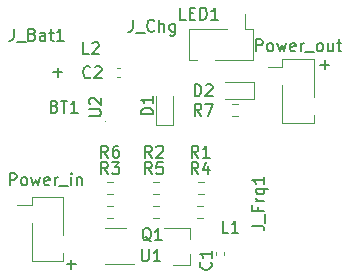
<source format=gto>
%TF.GenerationSoftware,KiCad,Pcbnew,5.1.10*%
%TF.CreationDate,2021-08-11T21:48:22+02:00*%
%TF.ProjectId,LiPo_Wireless,4c69506f-5f57-4697-9265-6c6573732e6b,rev?*%
%TF.SameCoordinates,Original*%
%TF.FileFunction,Legend,Top*%
%TF.FilePolarity,Positive*%
%FSLAX46Y46*%
G04 Gerber Fmt 4.6, Leading zero omitted, Abs format (unit mm)*
G04 Created by KiCad (PCBNEW 5.1.10) date 2021-08-11 21:48:22*
%MOMM*%
%LPD*%
G01*
G04 APERTURE LIST*
%ADD10C,0.150000*%
%ADD11C,0.120000*%
G04 APERTURE END LIST*
D10*
X69596047Y-124150428D02*
X70357952Y-124150428D01*
X69977000Y-124531380D02*
X69977000Y-123769476D01*
X91059047Y-107259428D02*
X91820952Y-107259428D01*
X91440000Y-107640380D02*
X91440000Y-106878476D01*
X68453047Y-107894428D02*
X69214952Y-107894428D01*
X68834000Y-108275380D02*
X68834000Y-107513476D01*
D11*
%TO.C,C1*%
X82910000Y-123365335D02*
X82910000Y-123133665D01*
X82190000Y-123365335D02*
X82190000Y-123133665D01*
%TO.C,C2*%
X73865665Y-107590000D02*
X74097335Y-107590000D01*
X73865665Y-108310000D02*
X74097335Y-108310000D01*
%TO.C,D1*%
X78586000Y-112390000D02*
X78586000Y-109930000D01*
X77116000Y-112390000D02*
X78586000Y-112390000D01*
X77116000Y-109930000D02*
X77116000Y-112390000D01*
%TO.C,D2*%
X83006000Y-110209000D02*
X85466000Y-110209000D01*
X85466000Y-110209000D02*
X85466000Y-108739000D01*
X85466000Y-108739000D02*
X83006000Y-108739000D01*
%TO.C,Power_in*%
X66616000Y-118458000D02*
X69276000Y-118458000D01*
X69276000Y-118458000D02*
X69276000Y-121668000D01*
X69276000Y-123188000D02*
X69276000Y-123858000D01*
X66616000Y-123858000D02*
X69276000Y-123858000D01*
X66616000Y-118458000D02*
X66616000Y-119128000D01*
X66616000Y-120648000D02*
X66616000Y-123858000D01*
X65406000Y-119128000D02*
X66616000Y-119128000D01*
%TO.C,Power_out*%
X86615000Y-107444000D02*
X87825000Y-107444000D01*
X87825000Y-108964000D02*
X87825000Y-112174000D01*
X87825000Y-106774000D02*
X87825000Y-107444000D01*
X87825000Y-112174000D02*
X90485000Y-112174000D01*
X90485000Y-111504000D02*
X90485000Y-112174000D01*
X90485000Y-106774000D02*
X90485000Y-109984000D01*
X87825000Y-106774000D02*
X90485000Y-106774000D01*
%TO.C,Q1*%
X80024000Y-124262000D02*
X78564000Y-124262000D01*
X80024000Y-121102000D02*
X77864000Y-121102000D01*
X80024000Y-121102000D02*
X80024000Y-122032000D01*
X80024000Y-124262000D02*
X80024000Y-123332000D01*
%TO.C,R1*%
X81177224Y-117206500D02*
X80667776Y-117206500D01*
X81177224Y-118251500D02*
X80667776Y-118251500D01*
%TO.C,R2*%
X77367224Y-118251500D02*
X76857776Y-118251500D01*
X77367224Y-117206500D02*
X76857776Y-117206500D01*
%TO.C,R3*%
X73510224Y-120283500D02*
X73000776Y-120283500D01*
X73510224Y-119238500D02*
X73000776Y-119238500D01*
%TO.C,R4*%
X81153724Y-120283500D02*
X80644276Y-120283500D01*
X81153724Y-119238500D02*
X80644276Y-119238500D01*
%TO.C,R5*%
X77367224Y-119238500D02*
X76857776Y-119238500D01*
X77367224Y-120283500D02*
X76857776Y-120283500D01*
%TO.C,R6*%
X73510224Y-117206500D02*
X73000776Y-117206500D01*
X73510224Y-118251500D02*
X73000776Y-118251500D01*
%TO.C,R7*%
X84051224Y-110602500D02*
X83541776Y-110602500D01*
X84051224Y-111647500D02*
X83541776Y-111647500D01*
%TO.C,U1*%
X72867000Y-124131000D02*
X75297000Y-124131000D01*
X74627000Y-121061000D02*
X72867000Y-121061000D01*
%TO.C,U2*%
X72841000Y-112071000D02*
X72831000Y-112071000D01*
%TO.C,LED1*%
X84707000Y-102997000D02*
X84707000Y-104207000D01*
X83187000Y-104207000D02*
X79977000Y-104207000D01*
X85377000Y-104207000D02*
X84707000Y-104207000D01*
X79977000Y-104207000D02*
X79977000Y-106867000D01*
X80647000Y-106867000D02*
X79977000Y-106867000D01*
X85377000Y-106867000D02*
X82167000Y-106867000D01*
X85377000Y-104207000D02*
X85377000Y-106867000D01*
%TO.C,BT1*%
D10*
X68556285Y-110799571D02*
X68699142Y-110847190D01*
X68746761Y-110894809D01*
X68794380Y-110990047D01*
X68794380Y-111132904D01*
X68746761Y-111228142D01*
X68699142Y-111275761D01*
X68603904Y-111323380D01*
X68222952Y-111323380D01*
X68222952Y-110323380D01*
X68556285Y-110323380D01*
X68651523Y-110371000D01*
X68699142Y-110418619D01*
X68746761Y-110513857D01*
X68746761Y-110609095D01*
X68699142Y-110704333D01*
X68651523Y-110751952D01*
X68556285Y-110799571D01*
X68222952Y-110799571D01*
X69080095Y-110323380D02*
X69651523Y-110323380D01*
X69365809Y-111323380D02*
X69365809Y-110323380D01*
X70508666Y-111323380D02*
X69937238Y-111323380D01*
X70222952Y-111323380D02*
X70222952Y-110323380D01*
X70127714Y-110466238D01*
X70032476Y-110561476D01*
X69937238Y-110609095D01*
%TO.C,C1*%
X81764142Y-123991666D02*
X81811761Y-124039285D01*
X81859380Y-124182142D01*
X81859380Y-124277380D01*
X81811761Y-124420238D01*
X81716523Y-124515476D01*
X81621285Y-124563095D01*
X81430809Y-124610714D01*
X81287952Y-124610714D01*
X81097476Y-124563095D01*
X81002238Y-124515476D01*
X80907000Y-124420238D01*
X80859380Y-124277380D01*
X80859380Y-124182142D01*
X80907000Y-124039285D01*
X80954619Y-123991666D01*
X81859380Y-123039285D02*
X81859380Y-123610714D01*
X81859380Y-123325000D02*
X80859380Y-123325000D01*
X81002238Y-123420238D01*
X81097476Y-123515476D01*
X81145095Y-123610714D01*
%TO.C,C2*%
X71588333Y-108307142D02*
X71540714Y-108354761D01*
X71397857Y-108402380D01*
X71302619Y-108402380D01*
X71159761Y-108354761D01*
X71064523Y-108259523D01*
X71016904Y-108164285D01*
X70969285Y-107973809D01*
X70969285Y-107830952D01*
X71016904Y-107640476D01*
X71064523Y-107545238D01*
X71159761Y-107450000D01*
X71302619Y-107402380D01*
X71397857Y-107402380D01*
X71540714Y-107450000D01*
X71588333Y-107497619D01*
X71969285Y-107497619D02*
X72016904Y-107450000D01*
X72112142Y-107402380D01*
X72350238Y-107402380D01*
X72445476Y-107450000D01*
X72493095Y-107497619D01*
X72540714Y-107592857D01*
X72540714Y-107688095D01*
X72493095Y-107830952D01*
X71921666Y-108402380D01*
X72540714Y-108402380D01*
%TO.C,D1*%
X76873380Y-111468095D02*
X75873380Y-111468095D01*
X75873380Y-111230000D01*
X75921000Y-111087142D01*
X76016238Y-110991904D01*
X76111476Y-110944285D01*
X76301952Y-110896666D01*
X76444809Y-110896666D01*
X76635285Y-110944285D01*
X76730523Y-110991904D01*
X76825761Y-111087142D01*
X76873380Y-111230000D01*
X76873380Y-111468095D01*
X76873380Y-109944285D02*
X76873380Y-110515714D01*
X76873380Y-110230000D02*
X75873380Y-110230000D01*
X76016238Y-110325238D01*
X76111476Y-110420476D01*
X76159095Y-110515714D01*
%TO.C,D2*%
X80414904Y-109926380D02*
X80414904Y-108926380D01*
X80653000Y-108926380D01*
X80795857Y-108974000D01*
X80891095Y-109069238D01*
X80938714Y-109164476D01*
X80986333Y-109354952D01*
X80986333Y-109497809D01*
X80938714Y-109688285D01*
X80891095Y-109783523D01*
X80795857Y-109878761D01*
X80653000Y-109926380D01*
X80414904Y-109926380D01*
X81367285Y-109021619D02*
X81414904Y-108974000D01*
X81510142Y-108926380D01*
X81748238Y-108926380D01*
X81843476Y-108974000D01*
X81891095Y-109021619D01*
X81938714Y-109116857D01*
X81938714Y-109212095D01*
X81891095Y-109354952D01*
X81319666Y-109926380D01*
X81938714Y-109926380D01*
%TO.C,J_Bat1*%
X65103619Y-104227380D02*
X65103619Y-104941666D01*
X65056000Y-105084523D01*
X64960761Y-105179761D01*
X64817904Y-105227380D01*
X64722666Y-105227380D01*
X65341714Y-105322619D02*
X66103619Y-105322619D01*
X66675047Y-104703571D02*
X66817904Y-104751190D01*
X66865523Y-104798809D01*
X66913142Y-104894047D01*
X66913142Y-105036904D01*
X66865523Y-105132142D01*
X66817904Y-105179761D01*
X66722666Y-105227380D01*
X66341714Y-105227380D01*
X66341714Y-104227380D01*
X66675047Y-104227380D01*
X66770285Y-104275000D01*
X66817904Y-104322619D01*
X66865523Y-104417857D01*
X66865523Y-104513095D01*
X66817904Y-104608333D01*
X66770285Y-104655952D01*
X66675047Y-104703571D01*
X66341714Y-104703571D01*
X67770285Y-105227380D02*
X67770285Y-104703571D01*
X67722666Y-104608333D01*
X67627428Y-104560714D01*
X67436952Y-104560714D01*
X67341714Y-104608333D01*
X67770285Y-105179761D02*
X67675047Y-105227380D01*
X67436952Y-105227380D01*
X67341714Y-105179761D01*
X67294095Y-105084523D01*
X67294095Y-104989285D01*
X67341714Y-104894047D01*
X67436952Y-104846428D01*
X67675047Y-104846428D01*
X67770285Y-104798809D01*
X68103619Y-104560714D02*
X68484571Y-104560714D01*
X68246476Y-104227380D02*
X68246476Y-105084523D01*
X68294095Y-105179761D01*
X68389333Y-105227380D01*
X68484571Y-105227380D01*
X69341714Y-105227380D02*
X68770285Y-105227380D01*
X69056000Y-105227380D02*
X69056000Y-104227380D01*
X68960761Y-104370238D01*
X68865523Y-104465476D01*
X68770285Y-104513095D01*
%TO.C,J_Chg*%
X75192142Y-103465380D02*
X75192142Y-104179666D01*
X75144523Y-104322523D01*
X75049285Y-104417761D01*
X74906428Y-104465380D01*
X74811190Y-104465380D01*
X75430238Y-104560619D02*
X76192142Y-104560619D01*
X77001666Y-104370142D02*
X76954047Y-104417761D01*
X76811190Y-104465380D01*
X76715952Y-104465380D01*
X76573095Y-104417761D01*
X76477857Y-104322523D01*
X76430238Y-104227285D01*
X76382619Y-104036809D01*
X76382619Y-103893952D01*
X76430238Y-103703476D01*
X76477857Y-103608238D01*
X76573095Y-103513000D01*
X76715952Y-103465380D01*
X76811190Y-103465380D01*
X76954047Y-103513000D01*
X77001666Y-103560619D01*
X77430238Y-104465380D02*
X77430238Y-103465380D01*
X77858809Y-104465380D02*
X77858809Y-103941571D01*
X77811190Y-103846333D01*
X77715952Y-103798714D01*
X77573095Y-103798714D01*
X77477857Y-103846333D01*
X77430238Y-103893952D01*
X78763571Y-103798714D02*
X78763571Y-104608238D01*
X78715952Y-104703476D01*
X78668333Y-104751095D01*
X78573095Y-104798714D01*
X78430238Y-104798714D01*
X78335000Y-104751095D01*
X78763571Y-104417761D02*
X78668333Y-104465380D01*
X78477857Y-104465380D01*
X78382619Y-104417761D01*
X78335000Y-104370142D01*
X78287380Y-104274904D01*
X78287380Y-103989190D01*
X78335000Y-103893952D01*
X78382619Y-103846333D01*
X78477857Y-103798714D01*
X78668333Y-103798714D01*
X78763571Y-103846333D01*
%TO.C,J_Frq1*%
X85304380Y-120903761D02*
X86018666Y-120903761D01*
X86161523Y-120951380D01*
X86256761Y-121046619D01*
X86304380Y-121189476D01*
X86304380Y-121284714D01*
X86399619Y-120665666D02*
X86399619Y-119903761D01*
X85780571Y-119332333D02*
X85780571Y-119665666D01*
X86304380Y-119665666D02*
X85304380Y-119665666D01*
X85304380Y-119189476D01*
X86304380Y-118808523D02*
X85637714Y-118808523D01*
X85828190Y-118808523D02*
X85732952Y-118760904D01*
X85685333Y-118713285D01*
X85637714Y-118618047D01*
X85637714Y-118522809D01*
X85637714Y-117760904D02*
X86637714Y-117760904D01*
X86256761Y-117760904D02*
X86304380Y-117856142D01*
X86304380Y-118046619D01*
X86256761Y-118141857D01*
X86209142Y-118189476D01*
X86113904Y-118237095D01*
X85828190Y-118237095D01*
X85732952Y-118189476D01*
X85685333Y-118141857D01*
X85637714Y-118046619D01*
X85637714Y-117856142D01*
X85685333Y-117760904D01*
X86304380Y-116760904D02*
X86304380Y-117332333D01*
X86304380Y-117046619D02*
X85304380Y-117046619D01*
X85447238Y-117141857D01*
X85542476Y-117237095D01*
X85590095Y-117332333D01*
%TO.C,Power_in*%
X64770380Y-117470380D02*
X64770380Y-116470380D01*
X65151333Y-116470380D01*
X65246571Y-116518000D01*
X65294190Y-116565619D01*
X65341809Y-116660857D01*
X65341809Y-116803714D01*
X65294190Y-116898952D01*
X65246571Y-116946571D01*
X65151333Y-116994190D01*
X64770380Y-116994190D01*
X65913238Y-117470380D02*
X65818000Y-117422761D01*
X65770380Y-117375142D01*
X65722761Y-117279904D01*
X65722761Y-116994190D01*
X65770380Y-116898952D01*
X65818000Y-116851333D01*
X65913238Y-116803714D01*
X66056095Y-116803714D01*
X66151333Y-116851333D01*
X66198952Y-116898952D01*
X66246571Y-116994190D01*
X66246571Y-117279904D01*
X66198952Y-117375142D01*
X66151333Y-117422761D01*
X66056095Y-117470380D01*
X65913238Y-117470380D01*
X66579904Y-116803714D02*
X66770380Y-117470380D01*
X66960857Y-116994190D01*
X67151333Y-117470380D01*
X67341809Y-116803714D01*
X68103714Y-117422761D02*
X68008476Y-117470380D01*
X67818000Y-117470380D01*
X67722761Y-117422761D01*
X67675142Y-117327523D01*
X67675142Y-116946571D01*
X67722761Y-116851333D01*
X67818000Y-116803714D01*
X68008476Y-116803714D01*
X68103714Y-116851333D01*
X68151333Y-116946571D01*
X68151333Y-117041809D01*
X67675142Y-117137047D01*
X68579904Y-117470380D02*
X68579904Y-116803714D01*
X68579904Y-116994190D02*
X68627523Y-116898952D01*
X68675142Y-116851333D01*
X68770380Y-116803714D01*
X68865619Y-116803714D01*
X68960857Y-117565619D02*
X69722761Y-117565619D01*
X69960857Y-117470380D02*
X69960857Y-116803714D01*
X69960857Y-116470380D02*
X69913238Y-116518000D01*
X69960857Y-116565619D01*
X70008476Y-116518000D01*
X69960857Y-116470380D01*
X69960857Y-116565619D01*
X70437047Y-116803714D02*
X70437047Y-117470380D01*
X70437047Y-116898952D02*
X70484666Y-116851333D01*
X70579904Y-116803714D01*
X70722761Y-116803714D01*
X70818000Y-116851333D01*
X70865619Y-116946571D01*
X70865619Y-117470380D01*
%TO.C,Power_out*%
X85606380Y-106116380D02*
X85606380Y-105116380D01*
X85987333Y-105116380D01*
X86082571Y-105164000D01*
X86130190Y-105211619D01*
X86177809Y-105306857D01*
X86177809Y-105449714D01*
X86130190Y-105544952D01*
X86082571Y-105592571D01*
X85987333Y-105640190D01*
X85606380Y-105640190D01*
X86749238Y-106116380D02*
X86654000Y-106068761D01*
X86606380Y-106021142D01*
X86558761Y-105925904D01*
X86558761Y-105640190D01*
X86606380Y-105544952D01*
X86654000Y-105497333D01*
X86749238Y-105449714D01*
X86892095Y-105449714D01*
X86987333Y-105497333D01*
X87034952Y-105544952D01*
X87082571Y-105640190D01*
X87082571Y-105925904D01*
X87034952Y-106021142D01*
X86987333Y-106068761D01*
X86892095Y-106116380D01*
X86749238Y-106116380D01*
X87415904Y-105449714D02*
X87606380Y-106116380D01*
X87796857Y-105640190D01*
X87987333Y-106116380D01*
X88177809Y-105449714D01*
X88939714Y-106068761D02*
X88844476Y-106116380D01*
X88654000Y-106116380D01*
X88558761Y-106068761D01*
X88511142Y-105973523D01*
X88511142Y-105592571D01*
X88558761Y-105497333D01*
X88654000Y-105449714D01*
X88844476Y-105449714D01*
X88939714Y-105497333D01*
X88987333Y-105592571D01*
X88987333Y-105687809D01*
X88511142Y-105783047D01*
X89415904Y-106116380D02*
X89415904Y-105449714D01*
X89415904Y-105640190D02*
X89463523Y-105544952D01*
X89511142Y-105497333D01*
X89606380Y-105449714D01*
X89701619Y-105449714D01*
X89796857Y-106211619D02*
X90558761Y-106211619D01*
X90939714Y-106116380D02*
X90844476Y-106068761D01*
X90796857Y-106021142D01*
X90749238Y-105925904D01*
X90749238Y-105640190D01*
X90796857Y-105544952D01*
X90844476Y-105497333D01*
X90939714Y-105449714D01*
X91082571Y-105449714D01*
X91177809Y-105497333D01*
X91225428Y-105544952D01*
X91273047Y-105640190D01*
X91273047Y-105925904D01*
X91225428Y-106021142D01*
X91177809Y-106068761D01*
X91082571Y-106116380D01*
X90939714Y-106116380D01*
X92130190Y-105449714D02*
X92130190Y-106116380D01*
X91701619Y-105449714D02*
X91701619Y-105973523D01*
X91749238Y-106068761D01*
X91844476Y-106116380D01*
X91987333Y-106116380D01*
X92082571Y-106068761D01*
X92130190Y-106021142D01*
X92463523Y-105449714D02*
X92844476Y-105449714D01*
X92606380Y-105116380D02*
X92606380Y-105973523D01*
X92654000Y-106068761D01*
X92749238Y-106116380D01*
X92844476Y-106116380D01*
%TO.C,L1*%
X83272333Y-121483380D02*
X82796142Y-121483380D01*
X82796142Y-120483380D01*
X84129476Y-121483380D02*
X83558047Y-121483380D01*
X83843761Y-121483380D02*
X83843761Y-120483380D01*
X83748523Y-120626238D01*
X83653285Y-120721476D01*
X83558047Y-120769095D01*
%TO.C,L2*%
X71461333Y-106370380D02*
X70985142Y-106370380D01*
X70985142Y-105370380D01*
X71747047Y-105465619D02*
X71794666Y-105418000D01*
X71889904Y-105370380D01*
X72128000Y-105370380D01*
X72223238Y-105418000D01*
X72270857Y-105465619D01*
X72318476Y-105560857D01*
X72318476Y-105656095D01*
X72270857Y-105798952D01*
X71699428Y-106370380D01*
X72318476Y-106370380D01*
%TO.C,Q1*%
X76739761Y-122213619D02*
X76644523Y-122166000D01*
X76549285Y-122070761D01*
X76406428Y-121927904D01*
X76311190Y-121880285D01*
X76215952Y-121880285D01*
X76263571Y-122118380D02*
X76168333Y-122070761D01*
X76073095Y-121975523D01*
X76025476Y-121785047D01*
X76025476Y-121451714D01*
X76073095Y-121261238D01*
X76168333Y-121166000D01*
X76263571Y-121118380D01*
X76454047Y-121118380D01*
X76549285Y-121166000D01*
X76644523Y-121261238D01*
X76692142Y-121451714D01*
X76692142Y-121785047D01*
X76644523Y-121975523D01*
X76549285Y-122070761D01*
X76454047Y-122118380D01*
X76263571Y-122118380D01*
X77644523Y-122118380D02*
X77073095Y-122118380D01*
X77358809Y-122118380D02*
X77358809Y-121118380D01*
X77263571Y-121261238D01*
X77168333Y-121356476D01*
X77073095Y-121404095D01*
%TO.C,R1*%
X80732333Y-115133380D02*
X80399000Y-114657190D01*
X80160904Y-115133380D02*
X80160904Y-114133380D01*
X80541857Y-114133380D01*
X80637095Y-114181000D01*
X80684714Y-114228619D01*
X80732333Y-114323857D01*
X80732333Y-114466714D01*
X80684714Y-114561952D01*
X80637095Y-114609571D01*
X80541857Y-114657190D01*
X80160904Y-114657190D01*
X81684714Y-115133380D02*
X81113285Y-115133380D01*
X81399000Y-115133380D02*
X81399000Y-114133380D01*
X81303761Y-114276238D01*
X81208523Y-114371476D01*
X81113285Y-114419095D01*
%TO.C,R2*%
X76795333Y-115133380D02*
X76462000Y-114657190D01*
X76223904Y-115133380D02*
X76223904Y-114133380D01*
X76604857Y-114133380D01*
X76700095Y-114181000D01*
X76747714Y-114228619D01*
X76795333Y-114323857D01*
X76795333Y-114466714D01*
X76747714Y-114561952D01*
X76700095Y-114609571D01*
X76604857Y-114657190D01*
X76223904Y-114657190D01*
X77176285Y-114228619D02*
X77223904Y-114181000D01*
X77319142Y-114133380D01*
X77557238Y-114133380D01*
X77652476Y-114181000D01*
X77700095Y-114228619D01*
X77747714Y-114323857D01*
X77747714Y-114419095D01*
X77700095Y-114561952D01*
X77128666Y-115133380D01*
X77747714Y-115133380D01*
%TO.C,R3*%
X73088833Y-116530380D02*
X72755500Y-116054190D01*
X72517404Y-116530380D02*
X72517404Y-115530380D01*
X72898357Y-115530380D01*
X72993595Y-115578000D01*
X73041214Y-115625619D01*
X73088833Y-115720857D01*
X73088833Y-115863714D01*
X73041214Y-115958952D01*
X72993595Y-116006571D01*
X72898357Y-116054190D01*
X72517404Y-116054190D01*
X73422166Y-115530380D02*
X74041214Y-115530380D01*
X73707880Y-115911333D01*
X73850738Y-115911333D01*
X73945976Y-115958952D01*
X73993595Y-116006571D01*
X74041214Y-116101809D01*
X74041214Y-116339904D01*
X73993595Y-116435142D01*
X73945976Y-116482761D01*
X73850738Y-116530380D01*
X73565023Y-116530380D01*
X73469785Y-116482761D01*
X73422166Y-116435142D01*
%TO.C,R4*%
X80732333Y-116530380D02*
X80399000Y-116054190D01*
X80160904Y-116530380D02*
X80160904Y-115530380D01*
X80541857Y-115530380D01*
X80637095Y-115578000D01*
X80684714Y-115625619D01*
X80732333Y-115720857D01*
X80732333Y-115863714D01*
X80684714Y-115958952D01*
X80637095Y-116006571D01*
X80541857Y-116054190D01*
X80160904Y-116054190D01*
X81589476Y-115863714D02*
X81589476Y-116530380D01*
X81351380Y-115482761D02*
X81113285Y-116197047D01*
X81732333Y-116197047D01*
%TO.C,R5*%
X76795333Y-116530380D02*
X76462000Y-116054190D01*
X76223904Y-116530380D02*
X76223904Y-115530380D01*
X76604857Y-115530380D01*
X76700095Y-115578000D01*
X76747714Y-115625619D01*
X76795333Y-115720857D01*
X76795333Y-115863714D01*
X76747714Y-115958952D01*
X76700095Y-116006571D01*
X76604857Y-116054190D01*
X76223904Y-116054190D01*
X77700095Y-115530380D02*
X77223904Y-115530380D01*
X77176285Y-116006571D01*
X77223904Y-115958952D01*
X77319142Y-115911333D01*
X77557238Y-115911333D01*
X77652476Y-115958952D01*
X77700095Y-116006571D01*
X77747714Y-116101809D01*
X77747714Y-116339904D01*
X77700095Y-116435142D01*
X77652476Y-116482761D01*
X77557238Y-116530380D01*
X77319142Y-116530380D01*
X77223904Y-116482761D01*
X77176285Y-116435142D01*
%TO.C,R6*%
X73088833Y-115133380D02*
X72755500Y-114657190D01*
X72517404Y-115133380D02*
X72517404Y-114133380D01*
X72898357Y-114133380D01*
X72993595Y-114181000D01*
X73041214Y-114228619D01*
X73088833Y-114323857D01*
X73088833Y-114466714D01*
X73041214Y-114561952D01*
X72993595Y-114609571D01*
X72898357Y-114657190D01*
X72517404Y-114657190D01*
X73945976Y-114133380D02*
X73755500Y-114133380D01*
X73660261Y-114181000D01*
X73612642Y-114228619D01*
X73517404Y-114371476D01*
X73469785Y-114561952D01*
X73469785Y-114942904D01*
X73517404Y-115038142D01*
X73565023Y-115085761D01*
X73660261Y-115133380D01*
X73850738Y-115133380D01*
X73945976Y-115085761D01*
X73993595Y-115038142D01*
X74041214Y-114942904D01*
X74041214Y-114704809D01*
X73993595Y-114609571D01*
X73945976Y-114561952D01*
X73850738Y-114514333D01*
X73660261Y-114514333D01*
X73565023Y-114561952D01*
X73517404Y-114609571D01*
X73469785Y-114704809D01*
%TO.C,R7*%
X80986333Y-111577380D02*
X80653000Y-111101190D01*
X80414904Y-111577380D02*
X80414904Y-110577380D01*
X80795857Y-110577380D01*
X80891095Y-110625000D01*
X80938714Y-110672619D01*
X80986333Y-110767857D01*
X80986333Y-110910714D01*
X80938714Y-111005952D01*
X80891095Y-111053571D01*
X80795857Y-111101190D01*
X80414904Y-111101190D01*
X81319666Y-110577380D02*
X81986333Y-110577380D01*
X81557761Y-111577380D01*
%TO.C,U1*%
X75946095Y-122896380D02*
X75946095Y-123705904D01*
X75993714Y-123801142D01*
X76041333Y-123848761D01*
X76136571Y-123896380D01*
X76327047Y-123896380D01*
X76422285Y-123848761D01*
X76469904Y-123801142D01*
X76517523Y-123705904D01*
X76517523Y-122896380D01*
X77517523Y-123896380D02*
X76946095Y-123896380D01*
X77231809Y-123896380D02*
X77231809Y-122896380D01*
X77136571Y-123039238D01*
X77041333Y-123134476D01*
X76946095Y-123182095D01*
%TO.C,U2*%
X71493380Y-111632904D02*
X72302904Y-111632904D01*
X72398142Y-111585285D01*
X72445761Y-111537666D01*
X72493380Y-111442428D01*
X72493380Y-111251952D01*
X72445761Y-111156714D01*
X72398142Y-111109095D01*
X72302904Y-111061476D01*
X71493380Y-111061476D01*
X71588619Y-110632904D02*
X71541000Y-110585285D01*
X71493380Y-110490047D01*
X71493380Y-110251952D01*
X71541000Y-110156714D01*
X71588619Y-110109095D01*
X71683857Y-110061476D01*
X71779095Y-110061476D01*
X71921952Y-110109095D01*
X72493380Y-110680523D01*
X72493380Y-110061476D01*
%TO.C,LED1*%
X79652952Y-103449380D02*
X79176761Y-103449380D01*
X79176761Y-102449380D01*
X79986285Y-102925571D02*
X80319619Y-102925571D01*
X80462476Y-103449380D02*
X79986285Y-103449380D01*
X79986285Y-102449380D01*
X80462476Y-102449380D01*
X80891047Y-103449380D02*
X80891047Y-102449380D01*
X81129142Y-102449380D01*
X81272000Y-102497000D01*
X81367238Y-102592238D01*
X81414857Y-102687476D01*
X81462476Y-102877952D01*
X81462476Y-103020809D01*
X81414857Y-103211285D01*
X81367238Y-103306523D01*
X81272000Y-103401761D01*
X81129142Y-103449380D01*
X80891047Y-103449380D01*
X82414857Y-103449380D02*
X81843428Y-103449380D01*
X82129142Y-103449380D02*
X82129142Y-102449380D01*
X82033904Y-102592238D01*
X81938666Y-102687476D01*
X81843428Y-102735095D01*
%TD*%
M02*

</source>
